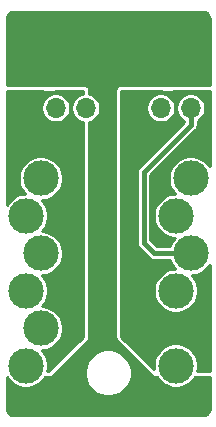
<source format=gbr>
%TF.GenerationSoftware,KiCad,Pcbnew,(5.1.9-0-10_14)*%
%TF.CreationDate,2021-03-13T12:52:40+01:00*%
%TF.ProjectId,Klinke Dual,4b6c696e-6b65-4204-9475-616c2e6b6963,rev?*%
%TF.SameCoordinates,Original*%
%TF.FileFunction,Copper,L2,Bot*%
%TF.FilePolarity,Positive*%
%FSLAX46Y46*%
G04 Gerber Fmt 4.6, Leading zero omitted, Abs format (unit mm)*
G04 Created by KiCad (PCBNEW (5.1.9-0-10_14)) date 2021-03-13 12:52:40*
%MOMM*%
%LPD*%
G01*
G04 APERTURE LIST*
%TA.AperFunction,ComponentPad*%
%ADD10O,1.700000X1.700000*%
%TD*%
%TA.AperFunction,ComponentPad*%
%ADD11R,1.700000X1.700000*%
%TD*%
%TA.AperFunction,ComponentPad*%
%ADD12C,3.000000*%
%TD*%
%TA.AperFunction,ComponentPad*%
%ADD13C,2.900000*%
%TD*%
%TA.AperFunction,ComponentPad*%
%ADD14C,5.600000*%
%TD*%
%TA.AperFunction,ViaPad*%
%ADD15C,0.600000*%
%TD*%
%TA.AperFunction,Conductor*%
%ADD16C,0.400000*%
%TD*%
%TA.AperFunction,Conductor*%
%ADD17C,0.254000*%
%TD*%
%TA.AperFunction,Conductor*%
%ADD18C,0.100000*%
%TD*%
G04 APERTURE END LIST*
D10*
%TO.P,J2,3*%
%TO.N,/RIGHT1*%
X156985000Y-88570000D03*
%TO.P,J2,2*%
%TO.N,/LEFT1*%
X154445000Y-88570000D03*
D11*
%TO.P,J2,1*%
%TO.N,/GND1*%
X151905000Y-88570000D03*
%TD*%
D12*
%TO.P,J1,RN2*%
%TO.N,Net-(J1-PadRN2)*%
X143030000Y-104050000D03*
%TO.P,J1,RN1*%
%TO.N,Net-(J1-PadRN1)*%
X144300000Y-100870000D03*
%TO.P,J1,R2*%
%TO.N,/RIGHT2*%
X155730000Y-104050000D03*
%TO.P,J1,R1*%
%TO.N,/RIGHT1*%
X157000000Y-100870000D03*
%TO.P,J1,SN2*%
%TO.N,Net-(J1-PadSN2)*%
X143030000Y-110390000D03*
%TO.P,J1,SN1*%
%TO.N,Net-(J1-PadSN1)*%
X144300000Y-107220000D03*
%TO.P,J1,TN2*%
%TO.N,Net-(J1-PadTN2)*%
X143030000Y-97700000D03*
%TO.P,J1,TN1*%
%TO.N,Net-(J1-PadTN1)*%
X144300000Y-94520000D03*
%TO.P,J1,S2*%
%TO.N,/GND2*%
X155730000Y-110390000D03*
%TO.P,J1,S1*%
%TO.N,/GND1*%
X157000000Y-107220000D03*
%TO.P,J1,T2*%
%TO.N,/LEFT2*%
X155730000Y-97700000D03*
%TO.P,J1,T1*%
%TO.N,/LEFT1*%
X157000000Y-94520000D03*
D13*
%TO.P,J1,G*%
%TO.N,Earth*%
X154460000Y-113270000D03*
%TD*%
D14*
%TO.P,H1,1*%
%TO.N,Earth*%
X145000000Y-84000000D03*
%TD*%
%TO.P,H2,1*%
%TO.N,Earth*%
X155000000Y-84000000D03*
%TD*%
D10*
%TO.P,J3,3*%
%TO.N,/RIGHT2*%
X148095000Y-88570000D03*
%TO.P,J3,2*%
%TO.N,/LEFT2*%
X145555000Y-88570000D03*
D11*
%TO.P,J3,1*%
%TO.N,/GND2*%
X143015000Y-88570000D03*
%TD*%
D15*
%TO.N,Earth*%
X148500000Y-81500000D03*
%TD*%
D16*
%TO.N,/RIGHT1*%
X156985000Y-88570000D02*
X156985000Y-90015000D01*
X157000000Y-100870000D02*
X153870000Y-100870000D01*
X153000000Y-100000000D02*
X153000000Y-94000000D01*
X153870000Y-100870000D02*
X153000000Y-100000000D01*
X156985000Y-90015000D02*
X153000000Y-94000000D01*
%TD*%
D17*
%TO.N,Earth*%
X158114994Y-80419222D02*
X158225614Y-80452620D01*
X158327639Y-80506868D01*
X158417179Y-80579895D01*
X158490833Y-80668925D01*
X158545792Y-80770572D01*
X158579960Y-80880949D01*
X158594001Y-81014538D01*
X158594001Y-86619000D01*
X151000000Y-86619000D01*
X150925671Y-86626321D01*
X150854198Y-86648002D01*
X150788328Y-86683210D01*
X150730592Y-86730592D01*
X150683210Y-86788328D01*
X150648002Y-86854198D01*
X150626321Y-86925671D01*
X150619000Y-87000000D01*
X150619000Y-108000000D01*
X150626321Y-108074329D01*
X150648002Y-108145802D01*
X150683210Y-108211672D01*
X150730592Y-108269408D01*
X153730592Y-111269408D01*
X153788328Y-111316790D01*
X153854198Y-111351998D01*
X153925671Y-111373679D01*
X154000000Y-111381000D01*
X154129906Y-111381000D01*
X154268932Y-111589067D01*
X154530933Y-111851068D01*
X154839013Y-112056920D01*
X155181333Y-112198714D01*
X155544738Y-112271000D01*
X155915262Y-112271000D01*
X156278667Y-112198714D01*
X156620987Y-112056920D01*
X156929067Y-111851068D01*
X157191068Y-111589067D01*
X157330094Y-111381000D01*
X158594000Y-111381000D01*
X158594000Y-113980146D01*
X158580778Y-114114994D01*
X158547379Y-114225615D01*
X158493132Y-114327639D01*
X158420106Y-114417179D01*
X158331072Y-114490834D01*
X158229428Y-114545792D01*
X158119051Y-114579960D01*
X157985472Y-114594000D01*
X142019854Y-114594000D01*
X141885006Y-114580778D01*
X141774385Y-114547379D01*
X141672361Y-114493132D01*
X141582821Y-114420106D01*
X141509166Y-114331072D01*
X141454208Y-114229428D01*
X141420040Y-114119051D01*
X141406000Y-113985472D01*
X141406000Y-111367712D01*
X141424848Y-111373429D01*
X141568932Y-111589067D01*
X141830933Y-111851068D01*
X142139013Y-112056920D01*
X142481333Y-112198714D01*
X142844738Y-112271000D01*
X143215262Y-112271000D01*
X143578667Y-112198714D01*
X143920987Y-112056920D01*
X144229067Y-111851068D01*
X144491068Y-111589067D01*
X144630094Y-111381000D01*
X145000000Y-111381000D01*
X145074329Y-111373679D01*
X145145802Y-111351998D01*
X145211672Y-111316790D01*
X145269408Y-111269408D01*
X145733927Y-110804889D01*
X148019000Y-110804889D01*
X148019000Y-111195111D01*
X148095129Y-111577836D01*
X148244461Y-111938355D01*
X148461257Y-112262814D01*
X148737186Y-112538743D01*
X149061645Y-112755539D01*
X149422164Y-112904871D01*
X149804889Y-112981000D01*
X150195111Y-112981000D01*
X150577836Y-112904871D01*
X150938355Y-112755539D01*
X151262814Y-112538743D01*
X151538743Y-112262814D01*
X151755539Y-111938355D01*
X151904871Y-111577836D01*
X151981000Y-111195111D01*
X151981000Y-110804889D01*
X151904871Y-110422164D01*
X151755539Y-110061645D01*
X151538743Y-109737186D01*
X151262814Y-109461257D01*
X150938355Y-109244461D01*
X150577836Y-109095129D01*
X150195111Y-109019000D01*
X149804889Y-109019000D01*
X149422164Y-109095129D01*
X149061645Y-109244461D01*
X148737186Y-109461257D01*
X148461257Y-109737186D01*
X148244461Y-110061645D01*
X148095129Y-110422164D01*
X148019000Y-110804889D01*
X145733927Y-110804889D01*
X148269408Y-108269408D01*
X148316790Y-108211672D01*
X148351998Y-108145802D01*
X148373679Y-108074329D01*
X148381000Y-108000000D01*
X148381000Y-89768227D01*
X148454069Y-89753693D01*
X148678097Y-89660898D01*
X148879717Y-89526180D01*
X149051180Y-89354717D01*
X149185898Y-89153097D01*
X149278693Y-88929069D01*
X149326000Y-88691243D01*
X149326000Y-88448757D01*
X149278693Y-88210931D01*
X149185898Y-87986903D01*
X149051180Y-87785283D01*
X148879717Y-87613820D01*
X148678097Y-87479102D01*
X148454069Y-87386307D01*
X148381000Y-87371773D01*
X148381000Y-87000000D01*
X148373679Y-86925671D01*
X148351998Y-86854198D01*
X148316790Y-86788328D01*
X148269408Y-86730592D01*
X148211672Y-86683210D01*
X148145802Y-86648002D01*
X148074329Y-86626321D01*
X148000000Y-86619000D01*
X141406000Y-86619000D01*
X141406000Y-81019854D01*
X141419222Y-80885006D01*
X141452620Y-80774386D01*
X141506868Y-80672361D01*
X141579895Y-80582821D01*
X141668925Y-80509167D01*
X141770572Y-80454208D01*
X141880949Y-80420040D01*
X142014528Y-80406000D01*
X157980146Y-80406000D01*
X158114994Y-80419222D01*
%TA.AperFunction,Conductor*%
D18*
G36*
X158114994Y-80419222D02*
G01*
X158225614Y-80452620D01*
X158327639Y-80506868D01*
X158417179Y-80579895D01*
X158490833Y-80668925D01*
X158545792Y-80770572D01*
X158579960Y-80880949D01*
X158594001Y-81014538D01*
X158594001Y-86619000D01*
X151000000Y-86619000D01*
X150925671Y-86626321D01*
X150854198Y-86648002D01*
X150788328Y-86683210D01*
X150730592Y-86730592D01*
X150683210Y-86788328D01*
X150648002Y-86854198D01*
X150626321Y-86925671D01*
X150619000Y-87000000D01*
X150619000Y-108000000D01*
X150626321Y-108074329D01*
X150648002Y-108145802D01*
X150683210Y-108211672D01*
X150730592Y-108269408D01*
X153730592Y-111269408D01*
X153788328Y-111316790D01*
X153854198Y-111351998D01*
X153925671Y-111373679D01*
X154000000Y-111381000D01*
X154129906Y-111381000D01*
X154268932Y-111589067D01*
X154530933Y-111851068D01*
X154839013Y-112056920D01*
X155181333Y-112198714D01*
X155544738Y-112271000D01*
X155915262Y-112271000D01*
X156278667Y-112198714D01*
X156620987Y-112056920D01*
X156929067Y-111851068D01*
X157191068Y-111589067D01*
X157330094Y-111381000D01*
X158594000Y-111381000D01*
X158594000Y-113980146D01*
X158580778Y-114114994D01*
X158547379Y-114225615D01*
X158493132Y-114327639D01*
X158420106Y-114417179D01*
X158331072Y-114490834D01*
X158229428Y-114545792D01*
X158119051Y-114579960D01*
X157985472Y-114594000D01*
X142019854Y-114594000D01*
X141885006Y-114580778D01*
X141774385Y-114547379D01*
X141672361Y-114493132D01*
X141582821Y-114420106D01*
X141509166Y-114331072D01*
X141454208Y-114229428D01*
X141420040Y-114119051D01*
X141406000Y-113985472D01*
X141406000Y-111367712D01*
X141424848Y-111373429D01*
X141568932Y-111589067D01*
X141830933Y-111851068D01*
X142139013Y-112056920D01*
X142481333Y-112198714D01*
X142844738Y-112271000D01*
X143215262Y-112271000D01*
X143578667Y-112198714D01*
X143920987Y-112056920D01*
X144229067Y-111851068D01*
X144491068Y-111589067D01*
X144630094Y-111381000D01*
X145000000Y-111381000D01*
X145074329Y-111373679D01*
X145145802Y-111351998D01*
X145211672Y-111316790D01*
X145269408Y-111269408D01*
X145733927Y-110804889D01*
X148019000Y-110804889D01*
X148019000Y-111195111D01*
X148095129Y-111577836D01*
X148244461Y-111938355D01*
X148461257Y-112262814D01*
X148737186Y-112538743D01*
X149061645Y-112755539D01*
X149422164Y-112904871D01*
X149804889Y-112981000D01*
X150195111Y-112981000D01*
X150577836Y-112904871D01*
X150938355Y-112755539D01*
X151262814Y-112538743D01*
X151538743Y-112262814D01*
X151755539Y-111938355D01*
X151904871Y-111577836D01*
X151981000Y-111195111D01*
X151981000Y-110804889D01*
X151904871Y-110422164D01*
X151755539Y-110061645D01*
X151538743Y-109737186D01*
X151262814Y-109461257D01*
X150938355Y-109244461D01*
X150577836Y-109095129D01*
X150195111Y-109019000D01*
X149804889Y-109019000D01*
X149422164Y-109095129D01*
X149061645Y-109244461D01*
X148737186Y-109461257D01*
X148461257Y-109737186D01*
X148244461Y-110061645D01*
X148095129Y-110422164D01*
X148019000Y-110804889D01*
X145733927Y-110804889D01*
X148269408Y-108269408D01*
X148316790Y-108211672D01*
X148351998Y-108145802D01*
X148373679Y-108074329D01*
X148381000Y-108000000D01*
X148381000Y-89768227D01*
X148454069Y-89753693D01*
X148678097Y-89660898D01*
X148879717Y-89526180D01*
X149051180Y-89354717D01*
X149185898Y-89153097D01*
X149278693Y-88929069D01*
X149326000Y-88691243D01*
X149326000Y-88448757D01*
X149278693Y-88210931D01*
X149185898Y-87986903D01*
X149051180Y-87785283D01*
X148879717Y-87613820D01*
X148678097Y-87479102D01*
X148454069Y-87386307D01*
X148381000Y-87371773D01*
X148381000Y-87000000D01*
X148373679Y-86925671D01*
X148351998Y-86854198D01*
X148316790Y-86788328D01*
X148269408Y-86730592D01*
X148211672Y-86683210D01*
X148145802Y-86648002D01*
X148074329Y-86626321D01*
X148000000Y-86619000D01*
X141406000Y-86619000D01*
X141406000Y-81019854D01*
X141419222Y-80885006D01*
X141452620Y-80774386D01*
X141506868Y-80672361D01*
X141579895Y-80582821D01*
X141668925Y-80509167D01*
X141770572Y-80454208D01*
X141880949Y-80420040D01*
X142014528Y-80406000D01*
X157980146Y-80406000D01*
X158114994Y-80419222D01*
G37*
%TD.AperFunction*%
%TD*%
D17*
%TO.N,/GND2*%
X144686699Y-87181000D02*
X145313301Y-87181000D01*
X145584775Y-87127000D01*
X147873000Y-87127000D01*
X147873000Y-87359042D01*
X147735931Y-87386307D01*
X147511903Y-87479102D01*
X147310283Y-87613820D01*
X147138820Y-87785283D01*
X147004102Y-87986903D01*
X146911307Y-88210931D01*
X146864000Y-88448757D01*
X146864000Y-88691243D01*
X146911307Y-88929069D01*
X147004102Y-89153097D01*
X147138820Y-89354717D01*
X147310283Y-89526180D01*
X147511903Y-89660898D01*
X147735931Y-89753693D01*
X147873000Y-89780958D01*
X147873000Y-107947394D01*
X144947394Y-110873000D01*
X144851776Y-110873000D01*
X144911000Y-110575262D01*
X144911000Y-110204738D01*
X144838714Y-109841333D01*
X144696920Y-109499013D01*
X144491068Y-109190933D01*
X144401135Y-109101000D01*
X144485262Y-109101000D01*
X144848667Y-109028714D01*
X145190987Y-108886920D01*
X145499067Y-108681068D01*
X145761068Y-108419067D01*
X145966920Y-108110987D01*
X146108714Y-107768667D01*
X146181000Y-107405262D01*
X146181000Y-107034738D01*
X146108714Y-106671333D01*
X145966920Y-106329013D01*
X145761068Y-106020933D01*
X145499067Y-105758932D01*
X145190987Y-105553080D01*
X144848667Y-105411286D01*
X144485262Y-105339000D01*
X144401135Y-105339000D01*
X144491068Y-105249067D01*
X144696920Y-104940987D01*
X144838714Y-104598667D01*
X144911000Y-104235262D01*
X144911000Y-103864738D01*
X144838714Y-103501333D01*
X144696920Y-103159013D01*
X144491068Y-102850933D01*
X144391135Y-102751000D01*
X144485262Y-102751000D01*
X144848667Y-102678714D01*
X145190987Y-102536920D01*
X145499067Y-102331068D01*
X145761068Y-102069067D01*
X145966920Y-101760987D01*
X146108714Y-101418667D01*
X146181000Y-101055262D01*
X146181000Y-100684738D01*
X146108714Y-100321333D01*
X145966920Y-99979013D01*
X145761068Y-99670933D01*
X145499067Y-99408932D01*
X145190987Y-99203080D01*
X144848667Y-99061286D01*
X144485262Y-98989000D01*
X144401135Y-98989000D01*
X144491068Y-98899067D01*
X144696920Y-98590987D01*
X144838714Y-98248667D01*
X144911000Y-97885262D01*
X144911000Y-97514738D01*
X144838714Y-97151333D01*
X144696920Y-96809013D01*
X144491068Y-96500933D01*
X144391135Y-96401000D01*
X144485262Y-96401000D01*
X144848667Y-96328714D01*
X145190987Y-96186920D01*
X145499067Y-95981068D01*
X145761068Y-95719067D01*
X145966920Y-95410987D01*
X146108714Y-95068667D01*
X146181000Y-94705262D01*
X146181000Y-94334738D01*
X146108714Y-93971333D01*
X145966920Y-93629013D01*
X145761068Y-93320933D01*
X145499067Y-93058932D01*
X145190987Y-92853080D01*
X144848667Y-92711286D01*
X144485262Y-92639000D01*
X144114738Y-92639000D01*
X143751333Y-92711286D01*
X143409013Y-92853080D01*
X143100933Y-93058932D01*
X142838932Y-93320933D01*
X142633080Y-93629013D01*
X142491286Y-93971333D01*
X142419000Y-94334738D01*
X142419000Y-94705262D01*
X142491286Y-95068667D01*
X142633080Y-95410987D01*
X142838932Y-95719067D01*
X142938865Y-95819000D01*
X142844738Y-95819000D01*
X142481333Y-95891286D01*
X142139013Y-96033080D01*
X141830933Y-96238932D01*
X141568932Y-96500933D01*
X141406000Y-96744779D01*
X141406000Y-88448757D01*
X144324000Y-88448757D01*
X144324000Y-88691243D01*
X144371307Y-88929069D01*
X144464102Y-89153097D01*
X144598820Y-89354717D01*
X144770283Y-89526180D01*
X144971903Y-89660898D01*
X145195931Y-89753693D01*
X145433757Y-89801000D01*
X145676243Y-89801000D01*
X145914069Y-89753693D01*
X146138097Y-89660898D01*
X146339717Y-89526180D01*
X146511180Y-89354717D01*
X146645898Y-89153097D01*
X146738693Y-88929069D01*
X146786000Y-88691243D01*
X146786000Y-88448757D01*
X146738693Y-88210931D01*
X146645898Y-87986903D01*
X146511180Y-87785283D01*
X146339717Y-87613820D01*
X146138097Y-87479102D01*
X145914069Y-87386307D01*
X145676243Y-87339000D01*
X145433757Y-87339000D01*
X145195931Y-87386307D01*
X144971903Y-87479102D01*
X144770283Y-87613820D01*
X144598820Y-87785283D01*
X144464102Y-87986903D01*
X144371307Y-88210931D01*
X144324000Y-88448757D01*
X141406000Y-88448757D01*
X141406000Y-87127000D01*
X144415225Y-87127000D01*
X144686699Y-87181000D01*
%TA.AperFunction,Conductor*%
D18*
G36*
X144686699Y-87181000D02*
G01*
X145313301Y-87181000D01*
X145584775Y-87127000D01*
X147873000Y-87127000D01*
X147873000Y-87359042D01*
X147735931Y-87386307D01*
X147511903Y-87479102D01*
X147310283Y-87613820D01*
X147138820Y-87785283D01*
X147004102Y-87986903D01*
X146911307Y-88210931D01*
X146864000Y-88448757D01*
X146864000Y-88691243D01*
X146911307Y-88929069D01*
X147004102Y-89153097D01*
X147138820Y-89354717D01*
X147310283Y-89526180D01*
X147511903Y-89660898D01*
X147735931Y-89753693D01*
X147873000Y-89780958D01*
X147873000Y-107947394D01*
X144947394Y-110873000D01*
X144851776Y-110873000D01*
X144911000Y-110575262D01*
X144911000Y-110204738D01*
X144838714Y-109841333D01*
X144696920Y-109499013D01*
X144491068Y-109190933D01*
X144401135Y-109101000D01*
X144485262Y-109101000D01*
X144848667Y-109028714D01*
X145190987Y-108886920D01*
X145499067Y-108681068D01*
X145761068Y-108419067D01*
X145966920Y-108110987D01*
X146108714Y-107768667D01*
X146181000Y-107405262D01*
X146181000Y-107034738D01*
X146108714Y-106671333D01*
X145966920Y-106329013D01*
X145761068Y-106020933D01*
X145499067Y-105758932D01*
X145190987Y-105553080D01*
X144848667Y-105411286D01*
X144485262Y-105339000D01*
X144401135Y-105339000D01*
X144491068Y-105249067D01*
X144696920Y-104940987D01*
X144838714Y-104598667D01*
X144911000Y-104235262D01*
X144911000Y-103864738D01*
X144838714Y-103501333D01*
X144696920Y-103159013D01*
X144491068Y-102850933D01*
X144391135Y-102751000D01*
X144485262Y-102751000D01*
X144848667Y-102678714D01*
X145190987Y-102536920D01*
X145499067Y-102331068D01*
X145761068Y-102069067D01*
X145966920Y-101760987D01*
X146108714Y-101418667D01*
X146181000Y-101055262D01*
X146181000Y-100684738D01*
X146108714Y-100321333D01*
X145966920Y-99979013D01*
X145761068Y-99670933D01*
X145499067Y-99408932D01*
X145190987Y-99203080D01*
X144848667Y-99061286D01*
X144485262Y-98989000D01*
X144401135Y-98989000D01*
X144491068Y-98899067D01*
X144696920Y-98590987D01*
X144838714Y-98248667D01*
X144911000Y-97885262D01*
X144911000Y-97514738D01*
X144838714Y-97151333D01*
X144696920Y-96809013D01*
X144491068Y-96500933D01*
X144391135Y-96401000D01*
X144485262Y-96401000D01*
X144848667Y-96328714D01*
X145190987Y-96186920D01*
X145499067Y-95981068D01*
X145761068Y-95719067D01*
X145966920Y-95410987D01*
X146108714Y-95068667D01*
X146181000Y-94705262D01*
X146181000Y-94334738D01*
X146108714Y-93971333D01*
X145966920Y-93629013D01*
X145761068Y-93320933D01*
X145499067Y-93058932D01*
X145190987Y-92853080D01*
X144848667Y-92711286D01*
X144485262Y-92639000D01*
X144114738Y-92639000D01*
X143751333Y-92711286D01*
X143409013Y-92853080D01*
X143100933Y-93058932D01*
X142838932Y-93320933D01*
X142633080Y-93629013D01*
X142491286Y-93971333D01*
X142419000Y-94334738D01*
X142419000Y-94705262D01*
X142491286Y-95068667D01*
X142633080Y-95410987D01*
X142838932Y-95719067D01*
X142938865Y-95819000D01*
X142844738Y-95819000D01*
X142481333Y-95891286D01*
X142139013Y-96033080D01*
X141830933Y-96238932D01*
X141568932Y-96500933D01*
X141406000Y-96744779D01*
X141406000Y-88448757D01*
X144324000Y-88448757D01*
X144324000Y-88691243D01*
X144371307Y-88929069D01*
X144464102Y-89153097D01*
X144598820Y-89354717D01*
X144770283Y-89526180D01*
X144971903Y-89660898D01*
X145195931Y-89753693D01*
X145433757Y-89801000D01*
X145676243Y-89801000D01*
X145914069Y-89753693D01*
X146138097Y-89660898D01*
X146339717Y-89526180D01*
X146511180Y-89354717D01*
X146645898Y-89153097D01*
X146738693Y-88929069D01*
X146786000Y-88691243D01*
X146786000Y-88448757D01*
X146738693Y-88210931D01*
X146645898Y-87986903D01*
X146511180Y-87785283D01*
X146339717Y-87613820D01*
X146138097Y-87479102D01*
X145914069Y-87386307D01*
X145676243Y-87339000D01*
X145433757Y-87339000D01*
X145195931Y-87386307D01*
X144971903Y-87479102D01*
X144770283Y-87613820D01*
X144598820Y-87785283D01*
X144464102Y-87986903D01*
X144371307Y-88210931D01*
X144324000Y-88448757D01*
X141406000Y-88448757D01*
X141406000Y-87127000D01*
X144415225Y-87127000D01*
X144686699Y-87181000D01*
G37*
%TD.AperFunction*%
%TD*%
D17*
%TO.N,/GND1*%
X154686699Y-87181000D02*
X155313301Y-87181000D01*
X155584775Y-87127000D01*
X158594001Y-87127000D01*
X158594001Y-93519881D01*
X158461068Y-93320933D01*
X158199067Y-93058932D01*
X157890987Y-92853080D01*
X157548667Y-92711286D01*
X157185262Y-92639000D01*
X156814738Y-92639000D01*
X156451333Y-92711286D01*
X156109013Y-92853080D01*
X155800933Y-93058932D01*
X155538932Y-93320933D01*
X155333080Y-93629013D01*
X155191286Y-93971333D01*
X155119000Y-94334738D01*
X155119000Y-94705262D01*
X155191286Y-95068667D01*
X155333080Y-95410987D01*
X155538932Y-95719067D01*
X155638865Y-95819000D01*
X155544738Y-95819000D01*
X155181333Y-95891286D01*
X154839013Y-96033080D01*
X154530933Y-96238932D01*
X154268932Y-96500933D01*
X154063080Y-96809013D01*
X153921286Y-97151333D01*
X153849000Y-97514738D01*
X153849000Y-97885262D01*
X153921286Y-98248667D01*
X154063080Y-98590987D01*
X154268932Y-98899067D01*
X154530933Y-99161068D01*
X154839013Y-99366920D01*
X155181333Y-99508714D01*
X155544738Y-99581000D01*
X155628865Y-99581000D01*
X155538932Y-99670933D01*
X155333080Y-99979013D01*
X155204679Y-100289000D01*
X154110659Y-100289000D01*
X153581000Y-99759343D01*
X153581000Y-94240657D01*
X157375645Y-90446013D01*
X157397817Y-90427817D01*
X157470421Y-90339348D01*
X157524371Y-90238415D01*
X157557593Y-90128896D01*
X157566000Y-90043540D01*
X157568811Y-90015001D01*
X157566000Y-89986461D01*
X157566000Y-89661767D01*
X157568097Y-89660898D01*
X157769717Y-89526180D01*
X157941180Y-89354717D01*
X158075898Y-89153097D01*
X158168693Y-88929069D01*
X158216000Y-88691243D01*
X158216000Y-88448757D01*
X158168693Y-88210931D01*
X158075898Y-87986903D01*
X157941180Y-87785283D01*
X157769717Y-87613820D01*
X157568097Y-87479102D01*
X157344069Y-87386307D01*
X157106243Y-87339000D01*
X156863757Y-87339000D01*
X156625931Y-87386307D01*
X156401903Y-87479102D01*
X156200283Y-87613820D01*
X156028820Y-87785283D01*
X155894102Y-87986903D01*
X155801307Y-88210931D01*
X155754000Y-88448757D01*
X155754000Y-88691243D01*
X155801307Y-88929069D01*
X155894102Y-89153097D01*
X156028820Y-89354717D01*
X156200283Y-89526180D01*
X156401903Y-89660898D01*
X156404001Y-89661767D01*
X156404001Y-89774341D01*
X152609356Y-93568987D01*
X152587184Y-93587183D01*
X152529612Y-93657335D01*
X152514579Y-93675653D01*
X152460629Y-93776586D01*
X152427407Y-93886105D01*
X152416189Y-94000000D01*
X152419001Y-94028550D01*
X152419000Y-99971460D01*
X152416189Y-100000000D01*
X152419000Y-100028539D01*
X152427407Y-100113895D01*
X152460629Y-100223414D01*
X152514579Y-100324347D01*
X152587183Y-100412817D01*
X152609360Y-100431017D01*
X153438992Y-101260650D01*
X153457183Y-101282817D01*
X153479349Y-101301008D01*
X153479351Y-101301010D01*
X153545652Y-101355421D01*
X153646585Y-101409371D01*
X153756104Y-101442593D01*
X153870000Y-101453811D01*
X153898540Y-101451000D01*
X155204679Y-101451000D01*
X155333080Y-101760987D01*
X155538932Y-102069067D01*
X155638865Y-102169000D01*
X155544738Y-102169000D01*
X155181333Y-102241286D01*
X154839013Y-102383080D01*
X154530933Y-102588932D01*
X154268932Y-102850933D01*
X154063080Y-103159013D01*
X153921286Y-103501333D01*
X153849000Y-103864738D01*
X153849000Y-104235262D01*
X153921286Y-104598667D01*
X154063080Y-104940987D01*
X154268932Y-105249067D01*
X154530933Y-105511068D01*
X154839013Y-105716920D01*
X155181333Y-105858714D01*
X155544738Y-105931000D01*
X155915262Y-105931000D01*
X156278667Y-105858714D01*
X156620987Y-105716920D01*
X156929067Y-105511068D01*
X157191068Y-105249067D01*
X157396920Y-104940987D01*
X157538714Y-104598667D01*
X157611000Y-104235262D01*
X157611000Y-103864738D01*
X157538714Y-103501333D01*
X157396920Y-103159013D01*
X157191068Y-102850933D01*
X157091135Y-102751000D01*
X157185262Y-102751000D01*
X157548667Y-102678714D01*
X157890987Y-102536920D01*
X158199067Y-102331068D01*
X158461068Y-102069067D01*
X158594000Y-101870119D01*
X158594000Y-110873000D01*
X157551776Y-110873000D01*
X157611000Y-110575262D01*
X157611000Y-110204738D01*
X157538714Y-109841333D01*
X157396920Y-109499013D01*
X157191068Y-109190933D01*
X156929067Y-108928932D01*
X156620987Y-108723080D01*
X156278667Y-108581286D01*
X155915262Y-108509000D01*
X155544738Y-108509000D01*
X155181333Y-108581286D01*
X154839013Y-108723080D01*
X154530933Y-108928932D01*
X154268932Y-109190933D01*
X154063080Y-109499013D01*
X153921286Y-109841333D01*
X153849000Y-110204738D01*
X153849000Y-110575262D01*
X153872373Y-110692767D01*
X151127000Y-107947394D01*
X151127000Y-88448757D01*
X153214000Y-88448757D01*
X153214000Y-88691243D01*
X153261307Y-88929069D01*
X153354102Y-89153097D01*
X153488820Y-89354717D01*
X153660283Y-89526180D01*
X153861903Y-89660898D01*
X154085931Y-89753693D01*
X154323757Y-89801000D01*
X154566243Y-89801000D01*
X154804069Y-89753693D01*
X155028097Y-89660898D01*
X155229717Y-89526180D01*
X155401180Y-89354717D01*
X155535898Y-89153097D01*
X155628693Y-88929069D01*
X155676000Y-88691243D01*
X155676000Y-88448757D01*
X155628693Y-88210931D01*
X155535898Y-87986903D01*
X155401180Y-87785283D01*
X155229717Y-87613820D01*
X155028097Y-87479102D01*
X154804069Y-87386307D01*
X154566243Y-87339000D01*
X154323757Y-87339000D01*
X154085931Y-87386307D01*
X153861903Y-87479102D01*
X153660283Y-87613820D01*
X153488820Y-87785283D01*
X153354102Y-87986903D01*
X153261307Y-88210931D01*
X153214000Y-88448757D01*
X151127000Y-88448757D01*
X151127000Y-87127000D01*
X154415225Y-87127000D01*
X154686699Y-87181000D01*
%TA.AperFunction,Conductor*%
D18*
G36*
X154686699Y-87181000D02*
G01*
X155313301Y-87181000D01*
X155584775Y-87127000D01*
X158594001Y-87127000D01*
X158594001Y-93519881D01*
X158461068Y-93320933D01*
X158199067Y-93058932D01*
X157890987Y-92853080D01*
X157548667Y-92711286D01*
X157185262Y-92639000D01*
X156814738Y-92639000D01*
X156451333Y-92711286D01*
X156109013Y-92853080D01*
X155800933Y-93058932D01*
X155538932Y-93320933D01*
X155333080Y-93629013D01*
X155191286Y-93971333D01*
X155119000Y-94334738D01*
X155119000Y-94705262D01*
X155191286Y-95068667D01*
X155333080Y-95410987D01*
X155538932Y-95719067D01*
X155638865Y-95819000D01*
X155544738Y-95819000D01*
X155181333Y-95891286D01*
X154839013Y-96033080D01*
X154530933Y-96238932D01*
X154268932Y-96500933D01*
X154063080Y-96809013D01*
X153921286Y-97151333D01*
X153849000Y-97514738D01*
X153849000Y-97885262D01*
X153921286Y-98248667D01*
X154063080Y-98590987D01*
X154268932Y-98899067D01*
X154530933Y-99161068D01*
X154839013Y-99366920D01*
X155181333Y-99508714D01*
X155544738Y-99581000D01*
X155628865Y-99581000D01*
X155538932Y-99670933D01*
X155333080Y-99979013D01*
X155204679Y-100289000D01*
X154110659Y-100289000D01*
X153581000Y-99759343D01*
X153581000Y-94240657D01*
X157375645Y-90446013D01*
X157397817Y-90427817D01*
X157470421Y-90339348D01*
X157524371Y-90238415D01*
X157557593Y-90128896D01*
X157566000Y-90043540D01*
X157568811Y-90015001D01*
X157566000Y-89986461D01*
X157566000Y-89661767D01*
X157568097Y-89660898D01*
X157769717Y-89526180D01*
X157941180Y-89354717D01*
X158075898Y-89153097D01*
X158168693Y-88929069D01*
X158216000Y-88691243D01*
X158216000Y-88448757D01*
X158168693Y-88210931D01*
X158075898Y-87986903D01*
X157941180Y-87785283D01*
X157769717Y-87613820D01*
X157568097Y-87479102D01*
X157344069Y-87386307D01*
X157106243Y-87339000D01*
X156863757Y-87339000D01*
X156625931Y-87386307D01*
X156401903Y-87479102D01*
X156200283Y-87613820D01*
X156028820Y-87785283D01*
X155894102Y-87986903D01*
X155801307Y-88210931D01*
X155754000Y-88448757D01*
X155754000Y-88691243D01*
X155801307Y-88929069D01*
X155894102Y-89153097D01*
X156028820Y-89354717D01*
X156200283Y-89526180D01*
X156401903Y-89660898D01*
X156404001Y-89661767D01*
X156404001Y-89774341D01*
X152609356Y-93568987D01*
X152587184Y-93587183D01*
X152529612Y-93657335D01*
X152514579Y-93675653D01*
X152460629Y-93776586D01*
X152427407Y-93886105D01*
X152416189Y-94000000D01*
X152419001Y-94028550D01*
X152419000Y-99971460D01*
X152416189Y-100000000D01*
X152419000Y-100028539D01*
X152427407Y-100113895D01*
X152460629Y-100223414D01*
X152514579Y-100324347D01*
X152587183Y-100412817D01*
X152609360Y-100431017D01*
X153438992Y-101260650D01*
X153457183Y-101282817D01*
X153479349Y-101301008D01*
X153479351Y-101301010D01*
X153545652Y-101355421D01*
X153646585Y-101409371D01*
X153756104Y-101442593D01*
X153870000Y-101453811D01*
X153898540Y-101451000D01*
X155204679Y-101451000D01*
X155333080Y-101760987D01*
X155538932Y-102069067D01*
X155638865Y-102169000D01*
X155544738Y-102169000D01*
X155181333Y-102241286D01*
X154839013Y-102383080D01*
X154530933Y-102588932D01*
X154268932Y-102850933D01*
X154063080Y-103159013D01*
X153921286Y-103501333D01*
X153849000Y-103864738D01*
X153849000Y-104235262D01*
X153921286Y-104598667D01*
X154063080Y-104940987D01*
X154268932Y-105249067D01*
X154530933Y-105511068D01*
X154839013Y-105716920D01*
X155181333Y-105858714D01*
X155544738Y-105931000D01*
X155915262Y-105931000D01*
X156278667Y-105858714D01*
X156620987Y-105716920D01*
X156929067Y-105511068D01*
X157191068Y-105249067D01*
X157396920Y-104940987D01*
X157538714Y-104598667D01*
X157611000Y-104235262D01*
X157611000Y-103864738D01*
X157538714Y-103501333D01*
X157396920Y-103159013D01*
X157191068Y-102850933D01*
X157091135Y-102751000D01*
X157185262Y-102751000D01*
X157548667Y-102678714D01*
X157890987Y-102536920D01*
X158199067Y-102331068D01*
X158461068Y-102069067D01*
X158594000Y-101870119D01*
X158594000Y-110873000D01*
X157551776Y-110873000D01*
X157611000Y-110575262D01*
X157611000Y-110204738D01*
X157538714Y-109841333D01*
X157396920Y-109499013D01*
X157191068Y-109190933D01*
X156929067Y-108928932D01*
X156620987Y-108723080D01*
X156278667Y-108581286D01*
X155915262Y-108509000D01*
X155544738Y-108509000D01*
X155181333Y-108581286D01*
X154839013Y-108723080D01*
X154530933Y-108928932D01*
X154268932Y-109190933D01*
X154063080Y-109499013D01*
X153921286Y-109841333D01*
X153849000Y-110204738D01*
X153849000Y-110575262D01*
X153872373Y-110692767D01*
X151127000Y-107947394D01*
X151127000Y-88448757D01*
X153214000Y-88448757D01*
X153214000Y-88691243D01*
X153261307Y-88929069D01*
X153354102Y-89153097D01*
X153488820Y-89354717D01*
X153660283Y-89526180D01*
X153861903Y-89660898D01*
X154085931Y-89753693D01*
X154323757Y-89801000D01*
X154566243Y-89801000D01*
X154804069Y-89753693D01*
X155028097Y-89660898D01*
X155229717Y-89526180D01*
X155401180Y-89354717D01*
X155535898Y-89153097D01*
X155628693Y-88929069D01*
X155676000Y-88691243D01*
X155676000Y-88448757D01*
X155628693Y-88210931D01*
X155535898Y-87986903D01*
X155401180Y-87785283D01*
X155229717Y-87613820D01*
X155028097Y-87479102D01*
X154804069Y-87386307D01*
X154566243Y-87339000D01*
X154323757Y-87339000D01*
X154085931Y-87386307D01*
X153861903Y-87479102D01*
X153660283Y-87613820D01*
X153488820Y-87785283D01*
X153354102Y-87986903D01*
X153261307Y-88210931D01*
X153214000Y-88448757D01*
X151127000Y-88448757D01*
X151127000Y-87127000D01*
X154415225Y-87127000D01*
X154686699Y-87181000D01*
G37*
%TD.AperFunction*%
%TD*%
M02*

</source>
